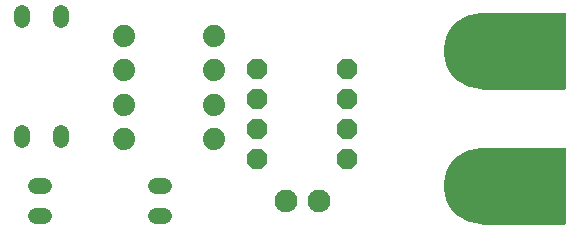
<source format=gbr>
G04 EAGLE Gerber RS-274X export*
G75*
%MOMM*%
%FSLAX34Y34*%
%LPD*%
%INBottom Copper*%
%IPPOS*%
%AMOC8*
5,1,8,0,0,1.08239X$1,22.5*%
G01*
%ADD10P,1.869504X8X292.500000*%
%ADD11C,1.320800*%
%ADD12C,1.879600*%
%ADD13C,6.451600*%
%ADD14C,1.930400*%

G36*
X565215Y139077D02*
X565215Y139077D01*
X565281Y139079D01*
X565324Y139097D01*
X565371Y139105D01*
X565428Y139139D01*
X565488Y139164D01*
X565523Y139195D01*
X565564Y139220D01*
X565606Y139271D01*
X565654Y139315D01*
X565676Y139357D01*
X565705Y139394D01*
X565726Y139456D01*
X565757Y139515D01*
X565765Y139569D01*
X565777Y139606D01*
X565776Y139646D01*
X565784Y139700D01*
X565784Y203200D01*
X565773Y203265D01*
X565771Y203331D01*
X565753Y203374D01*
X565745Y203421D01*
X565711Y203478D01*
X565686Y203538D01*
X565655Y203573D01*
X565630Y203614D01*
X565579Y203656D01*
X565535Y203704D01*
X565493Y203726D01*
X565456Y203755D01*
X565394Y203776D01*
X565335Y203807D01*
X565281Y203815D01*
X565244Y203827D01*
X565204Y203826D01*
X565150Y203834D01*
X495300Y203834D01*
X495235Y203823D01*
X495169Y203821D01*
X495126Y203803D01*
X495079Y203795D01*
X495022Y203761D01*
X494962Y203736D01*
X494927Y203705D01*
X494886Y203680D01*
X494845Y203629D01*
X494796Y203585D01*
X494774Y203543D01*
X494745Y203506D01*
X494724Y203444D01*
X494693Y203385D01*
X494685Y203331D01*
X494673Y203294D01*
X494674Y203254D01*
X494666Y203200D01*
X494666Y201930D01*
X494677Y201865D01*
X494679Y201799D01*
X494697Y201756D01*
X494705Y201709D01*
X494739Y201652D01*
X494764Y201592D01*
X494795Y201557D01*
X494820Y201516D01*
X494871Y201475D01*
X494915Y201426D01*
X494957Y201404D01*
X494994Y201375D01*
X495056Y201354D01*
X495115Y201323D01*
X495169Y201315D01*
X495206Y201303D01*
X495246Y201304D01*
X495300Y201296D01*
X500117Y201296D01*
X520066Y181347D01*
X520066Y159013D01*
X502657Y141604D01*
X495300Y141604D01*
X495235Y141593D01*
X495169Y141591D01*
X495126Y141573D01*
X495079Y141565D01*
X495022Y141531D01*
X494962Y141506D01*
X494927Y141475D01*
X494886Y141450D01*
X494845Y141399D01*
X494796Y141355D01*
X494774Y141313D01*
X494745Y141276D01*
X494724Y141214D01*
X494693Y141155D01*
X494685Y141101D01*
X494673Y141064D01*
X494673Y141062D01*
X494674Y141024D01*
X494666Y140970D01*
X494666Y139700D01*
X494677Y139635D01*
X494679Y139569D01*
X494697Y139526D01*
X494705Y139479D01*
X494739Y139422D01*
X494764Y139362D01*
X494795Y139327D01*
X494820Y139286D01*
X494871Y139245D01*
X494915Y139196D01*
X494957Y139174D01*
X494994Y139145D01*
X495056Y139124D01*
X495115Y139093D01*
X495169Y139085D01*
X495206Y139073D01*
X495246Y139074D01*
X495300Y139066D01*
X565150Y139066D01*
X565215Y139077D01*
G37*
G36*
X565215Y24777D02*
X565215Y24777D01*
X565281Y24779D01*
X565324Y24797D01*
X565371Y24805D01*
X565428Y24839D01*
X565488Y24864D01*
X565523Y24895D01*
X565564Y24920D01*
X565606Y24971D01*
X565654Y25015D01*
X565676Y25057D01*
X565705Y25094D01*
X565726Y25156D01*
X565757Y25215D01*
X565765Y25269D01*
X565777Y25306D01*
X565776Y25346D01*
X565784Y25400D01*
X565784Y88900D01*
X565773Y88965D01*
X565771Y89031D01*
X565753Y89074D01*
X565745Y89121D01*
X565711Y89178D01*
X565686Y89238D01*
X565655Y89273D01*
X565630Y89314D01*
X565579Y89356D01*
X565535Y89404D01*
X565493Y89426D01*
X565456Y89455D01*
X565394Y89476D01*
X565335Y89507D01*
X565281Y89515D01*
X565244Y89527D01*
X565204Y89526D01*
X565150Y89534D01*
X495300Y89534D01*
X495235Y89523D01*
X495169Y89521D01*
X495126Y89503D01*
X495079Y89495D01*
X495022Y89461D01*
X494962Y89436D01*
X494927Y89405D01*
X494886Y89380D01*
X494845Y89329D01*
X494796Y89285D01*
X494774Y89243D01*
X494745Y89206D01*
X494724Y89144D01*
X494693Y89085D01*
X494685Y89031D01*
X494673Y88994D01*
X494674Y88954D01*
X494666Y88900D01*
X494666Y87630D01*
X494677Y87565D01*
X494679Y87499D01*
X494697Y87456D01*
X494705Y87409D01*
X494739Y87352D01*
X494764Y87292D01*
X494795Y87257D01*
X494820Y87216D01*
X494871Y87175D01*
X494915Y87126D01*
X494957Y87104D01*
X494994Y87075D01*
X495056Y87054D01*
X495115Y87023D01*
X495169Y87015D01*
X495206Y87003D01*
X495246Y87004D01*
X495300Y86996D01*
X500117Y86996D01*
X520066Y67047D01*
X520066Y44713D01*
X502657Y27304D01*
X495300Y27304D01*
X495235Y27293D01*
X495169Y27291D01*
X495126Y27273D01*
X495079Y27265D01*
X495022Y27231D01*
X494962Y27206D01*
X494927Y27175D01*
X494886Y27150D01*
X494845Y27099D01*
X494796Y27055D01*
X494774Y27013D01*
X494745Y26976D01*
X494724Y26914D01*
X494693Y26855D01*
X494685Y26801D01*
X494673Y26764D01*
X494673Y26762D01*
X494674Y26724D01*
X494666Y26670D01*
X494666Y25400D01*
X494677Y25335D01*
X494679Y25269D01*
X494697Y25226D01*
X494705Y25179D01*
X494739Y25122D01*
X494764Y25062D01*
X494795Y25027D01*
X494820Y24986D01*
X494871Y24945D01*
X494915Y24896D01*
X494957Y24874D01*
X494994Y24845D01*
X495056Y24824D01*
X495115Y24793D01*
X495169Y24785D01*
X495206Y24773D01*
X495246Y24774D01*
X495300Y24766D01*
X565150Y24766D01*
X565215Y24777D01*
G37*
D10*
X380580Y156390D03*
X380580Y130990D03*
X380580Y105590D03*
X380580Y80190D03*
X304380Y80190D03*
X304380Y105590D03*
X304380Y130990D03*
X304380Y156390D03*
D11*
X138530Y102542D02*
X138530Y95938D01*
X138530Y197538D02*
X138530Y204142D01*
X105080Y102542D02*
X105080Y95938D01*
X105080Y197538D02*
X105080Y204142D01*
D12*
X191770Y155160D03*
X267970Y155160D03*
X191770Y184510D03*
X267970Y184510D03*
X191770Y96880D03*
X267970Y96880D03*
X191770Y126090D03*
X267970Y126090D03*
D13*
X495300Y171450D03*
X495300Y57150D03*
D11*
X225552Y57150D02*
X218948Y57150D01*
X123952Y57150D02*
X117348Y57150D01*
X218948Y31750D02*
X225552Y31750D01*
X123952Y31750D02*
X117348Y31750D01*
D14*
X328930Y44450D03*
X356870Y44450D03*
M02*

</source>
